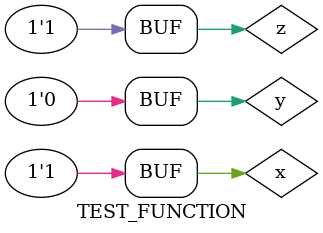
<source format=v>
`timescale 1ns / 1ps


module TEST_FUNCTION;

	// Inputs
	reg x;
	reg y;
	reg z;

	// Outputs
	wire f;

	// Instantiate the Unit Under Test (UUT)
	Function uut (
		.x(x), 
		.y(y), 
		.z(z), 
		.f(f)
	);

	initial begin
		// Initialize Inputs
		x = 1;
		y = 0;
		z = 1;

		// Wait 100 ns for global reset to finish
		#100;
        
		// Add stimulus here

	end
      
endmodule


</source>
